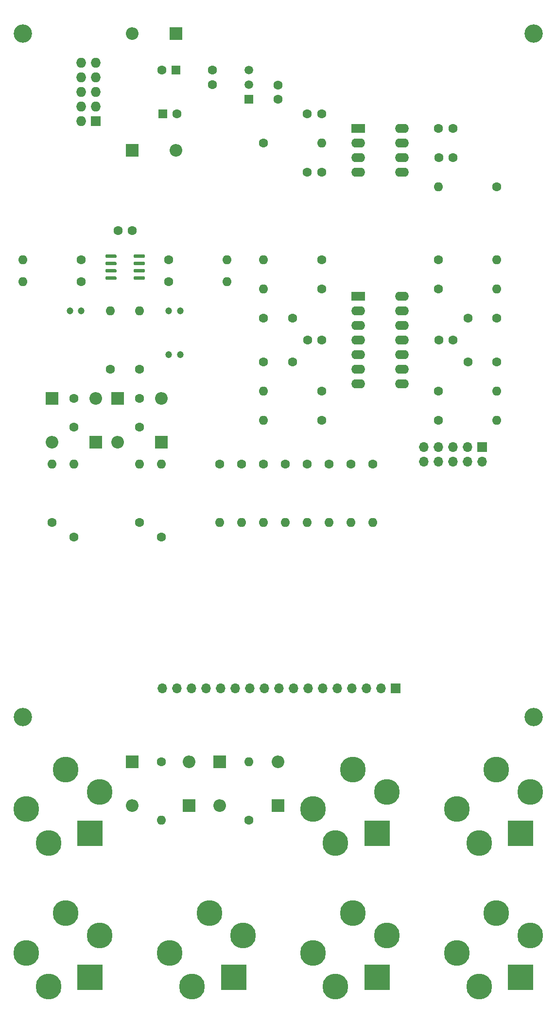
<source format=gbr>
%TF.GenerationSoftware,KiCad,Pcbnew,5.1.9-73d0e3b20d~88~ubuntu20.04.1*%
%TF.CreationDate,2021-04-01T10:52:14-04:00*%
%TF.ProjectId,ao_output,616f5f6f-7574-4707-9574-2e6b69636164,rev?*%
%TF.SameCoordinates,Original*%
%TF.FileFunction,Soldermask,Top*%
%TF.FilePolarity,Negative*%
%FSLAX46Y46*%
G04 Gerber Fmt 4.6, Leading zero omitted, Abs format (unit mm)*
G04 Created by KiCad (PCBNEW 5.1.9-73d0e3b20d~88~ubuntu20.04.1) date 2021-04-01 10:52:14*
%MOMM*%
%LPD*%
G01*
G04 APERTURE LIST*
%ADD10C,1.600000*%
%ADD11O,1.600000X1.600000*%
%ADD12C,3.200000*%
%ADD13O,2.200000X2.200000*%
%ADD14R,2.200000X2.200000*%
%ADD15R,1.600000X1.600000*%
%ADD16C,1.200000*%
%ADD17O,1.727200X1.727200*%
%ADD18R,1.727200X1.727200*%
%ADD19O,2.400000X1.600000*%
%ADD20R,2.400000X1.600000*%
%ADD21O,1.700000X1.700000*%
%ADD22R,1.700000X1.700000*%
%ADD23R,1.500000X1.500000*%
%ADD24C,1.500000*%
%ADD25C,4.500001*%
%ADD26C,4.500000*%
%ADD27R,4.500001X4.500001*%
G04 APERTURE END LIST*
D10*
%TO.C,R11*%
X88900000Y-90450000D03*
D11*
X88900000Y-100610000D03*
%TD*%
%TO.C,U3*%
G36*
G01*
X54840000Y-54405000D02*
X54840000Y-54105000D01*
G75*
G02*
X54990000Y-53955000I150000J0D01*
G01*
X56640000Y-53955000D01*
G75*
G02*
X56790000Y-54105000I0J-150000D01*
G01*
X56790000Y-54405000D01*
G75*
G02*
X56640000Y-54555000I-150000J0D01*
G01*
X54990000Y-54555000D01*
G75*
G02*
X54840000Y-54405000I0J150000D01*
G01*
G37*
G36*
G01*
X54840000Y-55675000D02*
X54840000Y-55375000D01*
G75*
G02*
X54990000Y-55225000I150000J0D01*
G01*
X56640000Y-55225000D01*
G75*
G02*
X56790000Y-55375000I0J-150000D01*
G01*
X56790000Y-55675000D01*
G75*
G02*
X56640000Y-55825000I-150000J0D01*
G01*
X54990000Y-55825000D01*
G75*
G02*
X54840000Y-55675000I0J150000D01*
G01*
G37*
G36*
G01*
X54840000Y-56945000D02*
X54840000Y-56645000D01*
G75*
G02*
X54990000Y-56495000I150000J0D01*
G01*
X56640000Y-56495000D01*
G75*
G02*
X56790000Y-56645000I0J-150000D01*
G01*
X56790000Y-56945000D01*
G75*
G02*
X56640000Y-57095000I-150000J0D01*
G01*
X54990000Y-57095000D01*
G75*
G02*
X54840000Y-56945000I0J150000D01*
G01*
G37*
G36*
G01*
X54840000Y-58215000D02*
X54840000Y-57915000D01*
G75*
G02*
X54990000Y-57765000I150000J0D01*
G01*
X56640000Y-57765000D01*
G75*
G02*
X56790000Y-57915000I0J-150000D01*
G01*
X56790000Y-58215000D01*
G75*
G02*
X56640000Y-58365000I-150000J0D01*
G01*
X54990000Y-58365000D01*
G75*
G02*
X54840000Y-58215000I0J150000D01*
G01*
G37*
G36*
G01*
X49890000Y-58215000D02*
X49890000Y-57915000D01*
G75*
G02*
X50040000Y-57765000I150000J0D01*
G01*
X51690000Y-57765000D01*
G75*
G02*
X51840000Y-57915000I0J-150000D01*
G01*
X51840000Y-58215000D01*
G75*
G02*
X51690000Y-58365000I-150000J0D01*
G01*
X50040000Y-58365000D01*
G75*
G02*
X49890000Y-58215000I0J150000D01*
G01*
G37*
G36*
G01*
X49890000Y-56945000D02*
X49890000Y-56645000D01*
G75*
G02*
X50040000Y-56495000I150000J0D01*
G01*
X51690000Y-56495000D01*
G75*
G02*
X51840000Y-56645000I0J-150000D01*
G01*
X51840000Y-56945000D01*
G75*
G02*
X51690000Y-57095000I-150000J0D01*
G01*
X50040000Y-57095000D01*
G75*
G02*
X49890000Y-56945000I0J150000D01*
G01*
G37*
G36*
G01*
X49890000Y-55675000D02*
X49890000Y-55375000D01*
G75*
G02*
X50040000Y-55225000I150000J0D01*
G01*
X51690000Y-55225000D01*
G75*
G02*
X51840000Y-55375000I0J-150000D01*
G01*
X51840000Y-55675000D01*
G75*
G02*
X51690000Y-55825000I-150000J0D01*
G01*
X50040000Y-55825000D01*
G75*
G02*
X49890000Y-55675000I0J150000D01*
G01*
G37*
G36*
G01*
X49890000Y-54405000D02*
X49890000Y-54105000D01*
G75*
G02*
X50040000Y-53955000I150000J0D01*
G01*
X51690000Y-53955000D01*
G75*
G02*
X51840000Y-54105000I0J-150000D01*
G01*
X51840000Y-54405000D01*
G75*
G02*
X51690000Y-54555000I-150000J0D01*
G01*
X50040000Y-54555000D01*
G75*
G02*
X49890000Y-54405000I0J150000D01*
G01*
G37*
%TD*%
D12*
%TO.C,H2*%
X124500000Y-15500000D03*
%TD*%
D10*
%TO.C,R8*%
X107950000Y-54890000D03*
D11*
X118110000Y-54890000D03*
%TD*%
D10*
%TO.C,C1*%
X82470000Y-65050000D03*
X77470000Y-65050000D03*
%TD*%
%TO.C,C11*%
X55880000Y-84020000D03*
X55880000Y-79020000D03*
%TD*%
%TO.C,C10*%
X44450000Y-84020000D03*
X44450000Y-79020000D03*
%TD*%
%TO.C,R3*%
X107950000Y-77750000D03*
D11*
X118110000Y-77750000D03*
%TD*%
D10*
%TO.C,R9*%
X96520000Y-90450000D03*
D11*
X96520000Y-100610000D03*
%TD*%
D10*
%TO.C,R7*%
X107950000Y-82830000D03*
D11*
X118110000Y-82830000D03*
%TD*%
D13*
%TO.C,D2*%
X80010000Y-142240000D03*
D14*
X80010000Y-149860000D03*
%TD*%
D13*
%TO.C,D8*%
X59690000Y-79020000D03*
D14*
X59690000Y-86640000D03*
%TD*%
D13*
%TO.C,D7*%
X52070000Y-86640000D03*
D14*
X52070000Y-79020000D03*
%TD*%
D10*
%TO.C,R25*%
X40640000Y-100610000D03*
D11*
X40640000Y-90450000D03*
%TD*%
D13*
%TO.C,D4*%
X64500000Y-142240000D03*
D14*
X64500000Y-149860000D03*
%TD*%
D13*
%TO.C,D9*%
X54610000Y-15520000D03*
D14*
X62230000Y-15520000D03*
%TD*%
D13*
%TO.C,D10*%
X62230000Y-35840000D03*
D14*
X54610000Y-35840000D03*
%TD*%
D10*
%TO.C,C13*%
X62365241Y-29490000D03*
D15*
X59865241Y-29490000D03*
%TD*%
D10*
%TO.C,C14*%
X85130000Y-68860000D03*
X87630000Y-68860000D03*
%TD*%
%TO.C,R5*%
X87630000Y-54890000D03*
D11*
X77470000Y-54890000D03*
%TD*%
D10*
%TO.C,R16*%
X69850000Y-90450000D03*
D11*
X69850000Y-100610000D03*
%TD*%
D10*
%TO.C,R2*%
X87630000Y-77750000D03*
D11*
X77470000Y-77750000D03*
%TD*%
D10*
%TO.C,R15*%
X73660000Y-90450000D03*
D11*
X73660000Y-100610000D03*
%TD*%
D10*
%TO.C,R12*%
X85090000Y-90450000D03*
D11*
X85090000Y-100610000D03*
%TD*%
D16*
%TO.C,C8*%
X62960000Y-63780000D03*
X60960000Y-63780000D03*
%TD*%
D10*
%TO.C,C17*%
X87590000Y-39650000D03*
X85090000Y-39650000D03*
%TD*%
D17*
%TO.C,J10*%
X45720000Y-20600000D03*
X48260000Y-20600000D03*
X45720000Y-23140000D03*
X48260000Y-23140000D03*
X45720000Y-25680000D03*
X48260000Y-25680000D03*
X45720000Y-28220000D03*
X48260000Y-28220000D03*
X45720000Y-30760000D03*
D18*
X48260000Y-30760000D03*
%TD*%
D13*
%TO.C,D1*%
X69850000Y-149860000D03*
D14*
X69850000Y-142240000D03*
%TD*%
D10*
%TO.C,C18*%
X68580000Y-24370000D03*
X68580000Y-21870000D03*
%TD*%
%TO.C,C4*%
X113110000Y-65050000D03*
X118110000Y-65050000D03*
%TD*%
%TO.C,R13*%
X81280000Y-90450000D03*
D11*
X81280000Y-100610000D03*
%TD*%
D16*
%TO.C,C9*%
X62960000Y-71400000D03*
X60960000Y-71400000D03*
%TD*%
D19*
%TO.C,U1*%
X101600000Y-61240000D03*
X93980000Y-76480000D03*
X101600000Y-63780000D03*
X93980000Y-73940000D03*
X101600000Y-66320000D03*
X93980000Y-71400000D03*
X101600000Y-68860000D03*
X93980000Y-68860000D03*
X101600000Y-71400000D03*
X93980000Y-66320000D03*
X101600000Y-73940000D03*
X93980000Y-63780000D03*
X101600000Y-76480000D03*
D20*
X93980000Y-61240000D03*
%TD*%
D10*
%TO.C,R29*%
X74930000Y-152400000D03*
D11*
X74930000Y-142240000D03*
%TD*%
D10*
%TO.C,C6*%
X107990000Y-37110000D03*
X110490000Y-37110000D03*
%TD*%
%TO.C,R30*%
X59690000Y-142240000D03*
D11*
X59690000Y-152400000D03*
%TD*%
D13*
%TO.C,D6*%
X48260000Y-79020000D03*
D14*
X48260000Y-86640000D03*
%TD*%
D10*
%TO.C,C16*%
X110450000Y-32030000D03*
X107950000Y-32030000D03*
%TD*%
D16*
%TO.C,C7*%
X43720000Y-63780000D03*
X45720000Y-63780000D03*
%TD*%
D13*
%TO.C,D5*%
X40640000Y-86640000D03*
D14*
X40640000Y-79020000D03*
%TD*%
D19*
%TO.C,U2*%
X101600000Y-32030000D03*
X93980000Y-39650000D03*
X101600000Y-34570000D03*
X93980000Y-37110000D03*
X101600000Y-37110000D03*
X93980000Y-34570000D03*
X101600000Y-39650000D03*
D20*
X93980000Y-32030000D03*
%TD*%
D10*
%TO.C,C2*%
X82470000Y-72670000D03*
X77470000Y-72670000D03*
%TD*%
%TO.C,R21*%
X45720000Y-58700000D03*
D11*
X35560000Y-58700000D03*
%TD*%
D10*
%TO.C,C15*%
X107990000Y-68860000D03*
X110490000Y-68860000D03*
%TD*%
D21*
%TO.C,J1*%
X105340000Y-90040000D03*
X105340000Y-87500000D03*
X107880000Y-90040000D03*
X107880000Y-87500000D03*
X110420000Y-90040000D03*
X110420000Y-87500000D03*
X112960000Y-90040000D03*
X112960000Y-87500000D03*
X115500000Y-90040000D03*
D22*
X115500000Y-87500000D03*
%TD*%
D10*
%TO.C,R17*%
X77470000Y-34570000D03*
D11*
X87630000Y-34570000D03*
%TD*%
D10*
%TO.C,R23*%
X45720000Y-54890000D03*
D11*
X35560000Y-54890000D03*
%TD*%
D10*
%TO.C,R6*%
X87630000Y-82830000D03*
D11*
X77470000Y-82830000D03*
%TD*%
D10*
%TO.C,C20*%
X52110000Y-49810000D03*
X54610000Y-49810000D03*
%TD*%
D11*
%TO.C,R28*%
X59690000Y-90450000D03*
D10*
X59690000Y-103150000D03*
%TD*%
%TO.C,C3*%
X113110000Y-72670000D03*
X118110000Y-72670000D03*
%TD*%
%TO.C,R10*%
X92710000Y-90450000D03*
D11*
X92710000Y-100610000D03*
%TD*%
D10*
%TO.C,R20*%
X55880000Y-73940000D03*
D11*
X55880000Y-63780000D03*
%TD*%
D10*
%TO.C,C5*%
X87590000Y-29490000D03*
X85090000Y-29490000D03*
%TD*%
%TO.C,R26*%
X55880000Y-100610000D03*
D11*
X55880000Y-90450000D03*
%TD*%
D10*
%TO.C,R18*%
X118110000Y-42190000D03*
D11*
X107950000Y-42190000D03*
%TD*%
D10*
%TO.C,R19*%
X50800000Y-73940000D03*
D11*
X50800000Y-63780000D03*
%TD*%
D10*
%TO.C,C19*%
X80010000Y-24450000D03*
X80010000Y-26950000D03*
%TD*%
D23*
%TO.C,U4*%
X74930000Y-26950000D03*
D24*
X74930000Y-21870000D03*
X74930000Y-24410000D03*
%TD*%
D13*
%TO.C,D3*%
X54610000Y-149860000D03*
D14*
X54610000Y-142240000D03*
%TD*%
D12*
%TO.C,H1*%
X35500000Y-15500000D03*
%TD*%
D10*
%TO.C,R24*%
X60960000Y-54890000D03*
D11*
X71120000Y-54890000D03*
%TD*%
D10*
%TO.C,R14*%
X77470000Y-90450000D03*
D11*
X77470000Y-100610000D03*
%TD*%
D10*
%TO.C,R4*%
X107950000Y-59970000D03*
D11*
X118110000Y-59970000D03*
%TD*%
D10*
%TO.C,R22*%
X60960000Y-58700000D03*
D11*
X71120000Y-58700000D03*
%TD*%
%TO.C,R27*%
X44450000Y-90450000D03*
D10*
X44450000Y-103150000D03*
%TD*%
%TO.C,R1*%
X87630000Y-59970000D03*
D11*
X77470000Y-59970000D03*
%TD*%
D25*
%TO.C,J5*%
X90000000Y-156400000D03*
D26*
X98900000Y-147500000D03*
D25*
X86100000Y-150500000D03*
D27*
X97240000Y-154740000D03*
D26*
X93000000Y-143600000D03*
%TD*%
D12*
%TO.C,H4*%
X124500000Y-134500000D03*
%TD*%
D25*
%TO.C,J4*%
X115000000Y-181400000D03*
D26*
X123900000Y-172500000D03*
D25*
X111100000Y-175500000D03*
D27*
X122240000Y-179740000D03*
D26*
X118000000Y-168600000D03*
%TD*%
D25*
%TO.C,J7*%
X65000000Y-181400000D03*
D26*
X73900000Y-172500000D03*
D25*
X61100000Y-175500000D03*
D27*
X72240000Y-179740000D03*
D26*
X68000000Y-168600000D03*
%TD*%
D21*
%TO.C,J2*%
X59860000Y-129500000D03*
X62400000Y-129500000D03*
X64940000Y-129500000D03*
X67480000Y-129500000D03*
X70020000Y-129500000D03*
X72560000Y-129500000D03*
X75100000Y-129500000D03*
X77640000Y-129500000D03*
X80180000Y-129500000D03*
X82720000Y-129500000D03*
X85260000Y-129500000D03*
X87800000Y-129500000D03*
X90340000Y-129500000D03*
X92880000Y-129500000D03*
X95420000Y-129500000D03*
X97960000Y-129500000D03*
D22*
X100500000Y-129500000D03*
%TD*%
D10*
%TO.C,C12*%
X59730000Y-21870000D03*
D15*
X62230000Y-21870000D03*
%TD*%
D25*
%TO.C,J3*%
X115000000Y-156400000D03*
D26*
X123900000Y-147500000D03*
D25*
X111100000Y-150500000D03*
D27*
X122240000Y-154740000D03*
D26*
X118000000Y-143600000D03*
%TD*%
D25*
%TO.C,J9*%
X40000000Y-156400000D03*
D26*
X48900000Y-147500000D03*
D25*
X36100000Y-150500000D03*
D27*
X47240000Y-154740000D03*
D26*
X43000000Y-143600000D03*
%TD*%
D25*
%TO.C,J6*%
X90000000Y-181400000D03*
D26*
X98900000Y-172500000D03*
D25*
X86100000Y-175500000D03*
D27*
X97240000Y-179740000D03*
D26*
X93000000Y-168600000D03*
%TD*%
D12*
%TO.C,H3*%
X35520000Y-134500000D03*
%TD*%
D25*
%TO.C,J8*%
X40000000Y-181400000D03*
D26*
X48900000Y-172500000D03*
D25*
X36100000Y-175500000D03*
D27*
X47240000Y-179740000D03*
D26*
X43000000Y-168600000D03*
%TD*%
M02*

</source>
